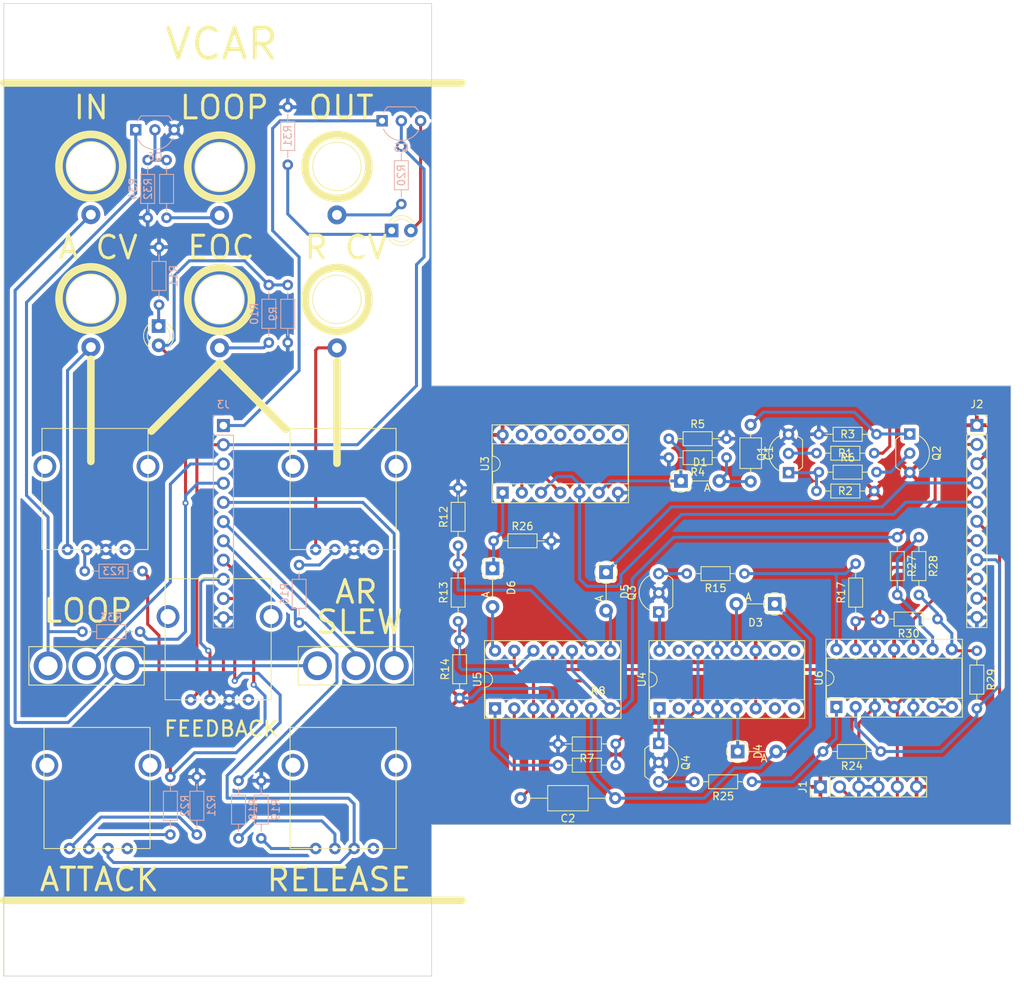
<source format=kicad_pcb>
(kicad_pcb (version 20221018) (generator pcbnew)
  (layers (0 "F.Cu" signal) (31 "B.Cu" signal) (34 "B.Paste" user) (35 "F.Paste" user) (36 "B.SilkS" user "B.Silkscreen") (37 "F.SilkS" user "F.Silkscreen") (38 "B.Mask" user) (39 "F.Mask" user) (44 "Edge.Cuts" user))
  (net 0 "")
  (net 1 "Net-(Q2-C)")
  (net 2 "Net-(D1-A)")
  (net 3 "Net-(D3-K)")
  (net 4 "OUT")
  (net 5 "Net-(D1-K)")
  (net 6 "Net-(D2-K)")
  (net 7 "EOC")
  (net 8 "Net-(D3-A)")
  (net 9 "Net-(D4-K)")
  (net 10 "Net-(D5-A)")
  (net 11 "Net-(D6-K)")
  (net 12 "Net-(D6-A)")
  (net 13 "Net-(D7-K)")
  (net 14 "Net-(D7-A)")
  (net 15 "+12V")
  (net 16 "-12V")
  (net 17 "GND")
  (net 18 "BUF_IN")
  (net 19 "FF")
  (net 20 "GOAL")
  (net 21 "VGND1")
  (net 22 "VGND2")
  (net 23 "FBO")
  (net 24 "Net-(Q1-C)")
  (net 25 "Net-(Q1-B)")
  (net 26 "Net-(Q2-B)")
  (net 27 "FCV")
  (net 28 "Net-(Q3-E)")
  (net 29 "RCV")
  (net 30 "Net-(Q4-E)")
  (net 31 "Net-(U4A-+)")
  (net 32 "Net-(R8-Pad1)")
  (net 33 "Net-(R10-Pad2)")
  (net 34 "LO")
  (net 35 "HI")
  (net 36 "Net-(R15-Pad1)")
  (net 37 "Net-(R16-Pad1)")
  (net 38 "Net-(R18-Pad1)")
  (net 39 "Net-(R19-Pad1)")
  (net 40 "Net-(R20-Pad2)")
  (net 41 "Net-(R21-Pad1)")
  (net 42 "Net-(R22-Pad1)")
  (net 43 "Net-(R23-Pad1)")
  (net 44 "Net-(R24-Pad2)")
  (net 45 "Net-(U6C--)")
  (net 46 "FBK")
  (net 47 "Net-(RV1-Pad1)")
  (net 48 "Net-(RV4-Pad1)")
  (net 49 "IN")
  (net 50 "Net-(U3-Pad2)")
  (net 63 "Net-(U6B--)")
  (net 64 "Net-(Q6-C)")
  (net 65 "Net-(Q6-B)")
  (net 66 "Net-(R32-Pad2)")
  (footprint "Package_DIP:DIP-14_W7.62mm_Socket" (layer "F.Cu") (at 207.96 112.95 90)
    (fp_text reference "U6")
    (fp_text value "TL074")
  )
  (footprint "Library:AlpsPot" (layer "F.Cu") (at 122.69 112)
    (fp_text reference "RV5" hide)
    (fp_text value "R_Potentiometer" hide)
  )
  (footprint "Connector_PinHeader_2.54mm:PinHeader_1x06_P2.54mm_Vertical" (layer "F.Cu") (at 205.84 123.5 90)
    (fp_text reference "J1")
    (fp_text value "Conn_01x06_Pin" hide)
  )
  (footprint "Library:aux_flush" (layer "F.Cu") (at 109.5 59 90)
    (fp_text reference "U9" hide)
    (fp_text value "Aux_flush")
  )
  (footprint "Resistor_THT:R_Axial_DIN0204_L3.6mm_D1.6mm_P7.62mm_Horizontal" (layer "F.Cu") (at 205.325 79.415)
    (fp_text reference "R1")
    (fp_text value "R")
  )
  (footprint "Resistor_THT:R_Axial_DIN0204_L3.6mm_D1.6mm_P7.62mm_Horizontal" (layer "F.Cu") (at 195.81 95.33 180)
    (fp_text reference "R15")
    (fp_text value "R")
  )
  (footprint "Library:aux_flush" (layer "F.Cu") (at 142 41.530351 90)
    (fp_text reference "U11" hide)
    (fp_text value "Aux_flush")
  )
  (footprint "Library:AlpsPot" (layer "F.Cu") (at 106.42 92.149)
    (fp_text reference "RV4" hide)
    (fp_text value "R_Potentiometer" hide)
  )
  (footprint "Library:AlpsPot" (layer "F.Cu") (at 106.69 131.649)
    (fp_text reference "RV3" hide)
    (fp_text value "R_Potentiometer" hide)
  )
  (footprint "Diode_THT:D_A-405_P5.08mm_Vertical_AnodeUp" (layer "F.Cu") (at 177.545 95.145 -90)
    (fp_text reference "D5")
    (fp_text value "D")
  )
  (footprint "Resistor_THT:R_Axial_DIN0204_L3.6mm_D1.6mm_P7.62mm_Horizontal" (layer "F.Cu") (at 210.5 101.64 90)
    (fp_text reference "R17")
    (fp_text value "R")
  )
  (footprint "Diode_THT:D_A-405_P5.08mm_Vertical_AnodeUp" (layer "F.Cu") (at 194.92 118.83)
    (fp_text reference "D4")
    (fp_text value "D")
  )
  (footprint "Diode_THT:D_A-405_P5.08mm_Vertical_AnodeUp" (layer "F.Cu") (at 162.545 94.645 -90)
    (fp_text reference "D6")
    (fp_text value "D")
  )
  (footprint "Resistor_THT:R_Axial_DIN0204_L3.6mm_D1.6mm_P7.62mm_Horizontal" (layer "F.Cu") (at 158.195 111.77 90)
    (fp_text reference "R14")
    (fp_text value "R")
  )
  (footprint "MountingHole:MountingHole_3.2mm_M3" (layer "F.Cu") (at 143.7132 23.0124)
    (fp_text reference "REF**" hide)
    (fp_text value "MountingHole_3.2mm_M3")
  )
  (footprint "MountingHole:MountingHole_3.2mm_M3" (layer "F.Cu") (at 143.7132 145.5928)
    (fp_text reference "REF**" hide)
    (fp_text value "MountingHole_3.2mm_M3" hide)
  )
  (footprint "Package_TO_SOT_THT:TO-92_Inline_Wide" (layer "F.Cu") (at 217.64 76.875 -90)
    (fp_text reference "Q2")
    (fp_text value "BC557")
  )
  (footprint "Resistor_THT:R_Axial_DIN0204_L3.6mm_D1.6mm_P7.62mm_Horizontal" (layer "F.Cu") (at 216 90.52 -90)
    (fp_text reference "R27")
    (fp_text value "R")
  )
  (footprint "Package_DIP:DIP-14_W7.62mm_Socket" (layer "F.Cu") (at 162.875 113.13 90)
    (fp_text reference "U5")
    (fp_text value "TL074")
  )
  (footprint "Library:aux_flush" (layer "F.Cu") (at 126.5 41.6 90)
    (fp_text reference "U12" hide)
    (fp_text value "Aux_flush")
  )
  (footprint "Library:aux_flush" (layer "F.Cu") (at 142 59.1 90)
    (fp_text reference "U8" hide)
    (fp_text value "Aux_flush")
  )
  (footprint "Library:aux_flush" (layer "F.Cu") (at 126.5 59.1 90)
    (fp_text reference "U10" hide)
    (fp_text value "Aux_flush")
  )
  (footprint "Resistor_THT:R_Axial_DIN0204_L3.6mm_D1.6mm_P7.62mm_Horizontal" (layer "F.Cu") (at 162.69 91)
    (fp_text reference "R26")
    (fp_text value "R")
  )
  (footprint "Resistor_THT:R_Axial_DIN0204_L3.6mm_D1.6mm_P7.62mm_Horizontal" (layer "F.Cu") (at 212.945 84.415 180)
    (fp_text reference "R2")
    (fp_text value "R")
  )
  (footprint "Package_DIP:DIP-16_W7.62mm_Socket" (layer "F.Cu") (at 184.6 113.13 90)
    (fp_text reference "U4")
    (fp_text value "LM13700")
  )
  (footprint "Resistor_THT:R_Axial_DIN0204_L3.6mm_D1.6mm_P7.62mm_Horizontal" (layer "F.Cu") (at 158 101.64 90)
    (fp_text reference "R13")
    (fp_text value "R")
  )
  (footprint "Capacitor_THT:C_Axial_L5.1mm_D3.1mm_P12.50mm_Horizontal" (layer "F.Cu") (at 178.75 125 180)
    (fp_text reference "C2")
    (fp_text value "C")
  )
  (footprint "Resistor_THT:R_Axial_DIN0204_L3.6mm_D1.6mm_P7.62mm_Horizontal" (layer "F.Cu") (at 218.85 90.52 -90)
    (fp_text reference "R28")
    (fp_text value "R")
  )
  (footprint "Resistor_THT:R_Axial_DIN0204_L3.6mm_D1.6mm_P7.62mm_Horizontal" (layer "F.Cu") (at 205.635 81.915)
    (fp_text reference "R6")
    (fp_text value "R")
  )
  (footprint "Library:Switch" (layer "F.Cu") (at 108.931887 110.056204)
    (fp_text reference "U7" hide)
    (fp_text value "Switch")
  )
  (footprint "Library:aux_flush" (layer "F.Cu") (at 109.5 41.5 90)
    (fp_text reference "U1" hide)
    (fp_text value "Aux_flush")
  )
  (footprint "Library:AlpsPot" (layer "F.Cu") (at 139.19 131.649)
    (fp_text reference "RV2" hide)
    (fp_text value "R_Potentiometer" hide)
  )
  (footprint "Resistor_THT:R_Axial_DIN0204_L3.6mm_D1.6mm_P7.62mm_Horizontal" (layer "F.Cu") (at 193.445 80 180)
    (fp_text reference "R4")
    (fp_text value "R")
  )
  (footprint "Library:AlpsPot" (layer "F.Cu") (at 139.19 92.149)
    (fp_text reference "RV1" hide)
    (fp_text value "R_Potentiometer" hide)
  )
  (footprint "Package_TO_SOT_THT:TO-92_Inline_Wide" (layer "F.Cu") (at 184.5 117.75 -90)
    (fp_text reference "Q4")
    (fp_text value "BC557")
  )
  (footprint "Resistor_THT:R_Axial_DIN0204_L3.6mm_D1.6mm_P7.62mm_Horizontal" (layer "F.Cu") (at 178.81 117.83 180)
    (fp_text reference "R7")
    (fp_text value "R")
  )
  (footprint "Resistor_THT:R_Axial_DIN0204_L3.6mm_D1.6mm_P7.62mm_Horizontal" (layer "F.Cu") (at 158 91.64 90)
    (fp_text reference "R12")
    (fp_text value "R")
  )
  (footprint "Resistor_THT:R_Axial_DIN0204_L3.6mm_D1.6mm_P7.62mm_Horizontal" (layer "F.Cu") (at 196.81 122.83 180)
    (fp_text reference "R25")
    (fp_text value "R")
  )
  (footprint "Resistor_THT:R_Axial_DIN0204_L3.6mm_D1.6mm_P7.62mm_Horizontal" (layer "F.Cu") (at 226.5 105.52 -90)
    (fp_text reference "R29")
    (fp_text value "R")
  )
  (footprint "Library:Switch" (layer "F.Cu") (at 144.5 110.04)
    (fp_text reference "U2" hide)
    (fp_text value "Switch")
  )
  (footprint "Resistor_THT:R_Axial_DIN0204_L3.6mm_D1.6mm_P7.62mm_Horizontal" (layer "F.Cu") (at 213.255 76.915 180)
    (fp_text reference "R3")
    (fp_text value "R")
  )
  (footprint "Capacitor_THT:C_Axial_L3.8mm_D2.6mm_P7.50mm_Horizontal" (layer "F.Cu") (at 196.635 75.665 -90)
    (fp_text reference "C1")
    (fp_text value "C")
  )
  (footprint "MountingHole:MountingHole_3.2mm_M3" (layer "F.Cu") (at 108.1532 23.0124)
    (fp_text reference "REF**" hide)
    (fp_text value "MountingHole_3.2mm_M3")
  )
  (footprint "Diode_THT:D_A-405_P5.08mm_Vertical_AnodeUp" (layer "F.Cu") (at 199.815 99.33 180)
    (fp_text reference "D3")
    (fp_text value "D")
  )
  (footprint "Resistor_THT:R_Axial_DIN0204_L3.6mm_D1.6mm_P7.62mm_Horizontal" (layer "F.Cu") (at 185.825 77.5)
    (fp_text reference "R5")
    (fp_text value "R")
  )
  (footprint "Resistor_THT:R_Axial_DIN0204_L3.6mm_D1.6mm_P7.62mm_Horizontal" (layer "F.Cu") (at 171.19 120.64)
    (fp_text reference "R8")
    (fp_text value "R")
  )
  (footprint "Diode_THT:D_A-405_P5.08mm_Vertical_AnodeUp" (layer "F.Cu") (at 187.42 83.085)
    (fp_text reference "D1")
    (fp_text value "D")
  )
  (footprint "Package_DIP:DIP-14_W7.62mm_Socket" (layer "F.Cu") (at 163.875 84.63 90)
    (fp_text reference "U3")
    (fp_text value "4001")
  )
  (footprint "Package_TO_SOT_THT:TO-92_Inline_Wide" (layer "F.Cu") (at 184.5 100.41 90)
    (fp_text reference "Q3")
    (fp_text value "BC557")
  )
  (footprint "LED_THT:LED_D3.0mm" (layer "F.Cu") (at 149.225 50)
    (fp_text reference "D7" hide)
    (fp_text value "LED")
  )
  (footprint "Package_TO_SOT_THT:TO-92_Inline_Wide" (layer "F.Cu") (at 201.635 81.995 90)
    (fp_text reference "Q1")
    (fp_text value "BC547")
  )
  (footprint "Resistor_THT:R_Axial_DIN0204_L3.6mm_D1.6mm_P7.62mm_Horizontal" (layer "F.Cu") (at 221.31 101.33 180)
    (fp_text reference "R30")
    (fp_text value "R")
  )
  (footprint "Connector_PinSocket_2.54mm:PinSocket_1x11_P2.54mm_Vertical" (layer "F.Cu") (at 226.5 75.72)
    (fp_text reference "J2")
    (fp_text value "Conn_01x11_Pin")
  )
  (footprint "Resistor_THT:R_Axial_DIN0204_L3.6mm_D1.6mm_P7.62mm_Horizontal" (layer "F.Cu") (at 213.81 118.83 180)
    (fp_text reference "R24")
    (fp_text value "R")
  )
  (footprint "MountingHole:MountingHole_3.2mm_M3" (layer "F.Cu") (at 108.1532 145.6)
    (fp_text reference "REF**" hide)
    (fp_text value "MountingHole_3.2mm_M3")
  )
  (footprint "LED_THT:LED_D3.0mm" (layer "F.Cu") (at 118.45 62.62 -90)
    (fp_text reference "D2" hide)
    (fp_text value "LED")
  )
  (footprint "Resistor_THT:R_Axial_DIN0204_L3.6mm_D1.6mm_P7.62mm_Horizontal" (layer "B.Cu") (at 132 130.31 90)
    (fp_text reference "R19")
    (fp_text value "R")
  )
  (footprint "Resistor_THT:R_Axial_DIN0204_L3.6mm_D1.6mm_P7.62mm_Horizontal" (layer "B.Cu") (at 108.69 95)
    (fp_text reference "R23")
    (fp_text value "R")
  )
  (footprint "Package_TO_SOT_THT:TO-92_Inline_Wide" (layer "B.Cu") (at 147.96 35.5)
    (fp_text reference "Q5")
    (fp_text value "BC547")
  )
  (footprint "Resistor_THT:R_Axial_DIN0204_L3.6mm_D1.6mm_P7.62mm_Horizontal" (layer "B.Cu") (at 133 57.19 -90)
    (fp_text reference "R10")
    (fp_text value "R")
  )
  (footprint "Resistor_THT:R_Axial_DIN0204_L3.6mm_D1.6mm_P7.62mm_Horizontal" (layer "B.Cu") (at 120 129.81 90)
    (fp_text reference "R22")
    (fp_text value "R")
  )
  (footprint "Package_TO_SOT_THT:TO-92_Inline_Wide" (layer "B.Cu") (at 115.425 36.69)
    (fp_text reference "Q6")
    (fp_text value "BC547")
  )
  (footprint "Resistor_THT:R_Axial_DIN0204_L3.6mm_D1.6mm_P7.62mm_Horizontal" (layer "B.Cu") (at 123.5 129.81 90)
    (fp_text reference "R21")
    (fp_text value "R")
  )
  (footprint "Resistor_THT:R_Axial_DIN0204_L3.6mm_D1.6mm_P7.62mm_Horizontal" (layer "B.Cu") (at 118.5 59.81 90)
    (fp_text reference "R11")
    (fp_text value "R")
  )
  (footprint "Resistor_THT:R_Axial_DIN0204_L3.6mm_D1.6mm_P7.62mm_Horizontal" (layer "B.Cu") (at 117 40.69 -90)
    (fp_text reference "R34")
    (fp_text value "R")
  )
  (footprint "Connector_PinSocket_2.54mm:PinSocket_1x11_P2.54mm_Vertical" (layer "B.Cu") (at 127 75.76 180)
    (fp_text reference "J3")
    (fp_text value "Conn_01x11_Pin")
  )
  (footprint "Resistor_THT:R_Axial_DIN0204_L3.6mm_D1.6mm_P7.62mm_Horizontal" (layer "B.Cu") (at 135.5 41.31 90)
    (fp_text reference "R31")
    (fp_text value "R")
  )
  (footprint "Resistor_THT:R_Axial_DIN0204_L3.6mm_D1.6mm_P7.62mm_Horizontal" (layer "B.Cu") (at 135.5 57.19 -90)
    (fp_text reference "R9")
    (fp_text value "R")
  )
  (footprint "Resistor_THT:R_Axial_DIN0204_L3.6mm_D1.6mm_P7.62mm_Horizontal" (layer "B.Cu") (at 129 130.31 90)
    (fp_text reference "R18")
    (fp_text value "R")
  )
  (footprint "Resistor_THT:R_Axial_DIN0204_L3.6mm_D1.6mm_P7.62mm_Horizontal" (layer "B.Cu") (at 137 94.19 -90)
    (fp_text reference "R16")
    (fp_text value "R")
  )
  (footprint "Resistor_THT:R_Axial_DIN0204_L3.6mm_D1.6mm_P7.62mm_Horizontal" (layer "B.Cu") (at 150.5 38.88 -90)
    (fp_text reference "R20")
    (fp_text value "R")
  )
  (footprint "Resistor_THT:R_Axial_DIN0204_L3.6mm_D1.6mm_P7.62mm_Horizontal" (layer "B.Cu") (at 116 103 180)
    (fp_text reference "R33")
    (fp_text value "R")
  )
  (footprint "Resistor_THT:R_Axial_DIN0204_L3.6mm_D1.6mm_P7.62mm_Horizontal" (layer "B.Cu") (at 119.5 40.69 -90)
    (fp_text reference "R32")
    (fp_text value "R")
  )
  (gr_line (start 158.5 30.5) (end 98 30.5) (stroke (width 1)) (layer "F.SilkS"))
  (gr_line (start 109.5 67) (end 109.5 80.5) (stroke (width 1)) (layer "F.SilkS"))
  (gr_line (start 142 67.25) (end 142 80.75) (stroke (width 1)) (layer "F.SilkS"))
  (gr_line (start 126.5 67.5) (end 117.5 76.5) (stroke (width 1)) (layer "F.SilkS"))
  (gr_line (start 126.5 67.5) (end 135.25 76.25) (stroke (width 1)) (layer "F.SilkS"))
  (gr_line (start 98 138.5) (end 158.5 138.5) (stroke (width 1)) (layer "F.SilkS"))
  (gr_line (start 98 148.5) (end 98 138.5) (stroke (width 0.15)) (layer "F.SilkS"))
  (gr_line (start 154.5 148.5) (end 98 148.5) (stroke (width 0.1)) (layer "Edge.Cuts"))
  (gr_line (start 154.5 70.5) (end 231 70.5) (stroke (width 0.1)) (layer "Edge.Cuts"))
  (gr_line (start 154.5 128.5) (end 154.5 148.5) (stroke (width 0.1)) (layer "Edge.Cuts"))
  (gr_line (start 154.5 20) (end 154.5 70.5) (stroke (width 0.1)) (layer "Edge.Cuts"))
  (gr_line (start 231 128.5) (end 154.5 128.5) (stroke (width 0.1)) (layer "Edge.Cuts"))
  (gr_line (start 231 70.5) (end 231 128.5) (stroke (width 0.1)) (layer "Edge.Cuts"))
  (gr_line (start 98 148.5) (end 98 20) (stroke (width 0.1)) (layer "Edge.Cuts"))
  (gr_line (start 98 20) (end 154.5 20) (stroke (width 0.1)) (layer "Edge.Cuts"))
  (gr_text "VCAR" (at 119 27.7) (layer "F.SilkS") (effects (font (size 4 4) (thickness 0.5)) (justify left bottom)))
  (gr_text "IN\n" (at 107 35.5) (layer "F.SilkS") (effects (font (size 3 3) (thickness 0.4)) (justify left bottom)))
  (gr_text "SLEW" (at 139 103.5) (layer "F.SilkS") (effects (font (size 3 3) (thickness 0.4)) (justify left bottom)))
  (gr_text "EOC\n" (at 122 54) (layer "F.SilkS") (effects (font (size 3 3) (thickness 0.4)) (justify left bottom)))
  (gr_text "ATTACK" (at 102.5 137.5) (layer "F.SilkS") (effects (font (size 3 3) (thickness 0.4)) (justify left bottom)))
  (gr_text "RELEASE" (at 132.5 137.5) (layer "F.SilkS") (effects (font (size 3 3) (thickness 0.4)) (justify left bottom)))
  (gr_text "LOOP" (at 121 35.5) (layer "F.SilkS") (effects (font (size 3 3) (thickness 0.4)) (justify left bottom)))
  (gr_text "FEEDBACK" (at 119 117) (layer "F.SilkS") (effects (font (size 2 2) (thickness 0.3)) (justify left bottom)))
  (gr_text "OUT" (at 138 35.5) (layer "F.SilkS") (effects (font (size 3 3) (thickness 0.4)) (justify left bottom)))
  (gr_text "AR" (at 141.5 99.5) (layer "F.SilkS") (effects (font (size 3 3) (thickness 0.4)) (justify left bottom)))
  (gr_text "LOOP" (at 103 102) (layer "F.SilkS") (effects (font (size 3 3) (thickness 0.4)) (justify left bottom)))
  (gr_text "A CV" (at 105 54) (layer "F.SilkS") (effects (font (size 3 3) (thickness 0.4)) (justify left bottom)))
  (gr_text "R CV" (at 137.5 54) (layer "F.SilkS") (effects (font (size 3 3) (thickness 0.4)) (justify left bottom)))
  (segment (start 210.34 74) (end 213.255 76.915) (width 0.4) (layer "B.Cu") (net 1))
  (segment (start 217.64 76.875) (end 213.295 76.875) (width 0.4) (layer "B.Cu") (net 1))
  (segment (start 198.3 74) (end 210.34 74) (width 0.4) (layer "B.Cu") (net 1))
  (segment (start 196.635 75.665) (end 198.3 74) (width 0.4) (layer "B.Cu") (net 1))
  (segment (start 213.295 76.875) (end 213.255 76.915) (width 0.4) (layer "B.Cu") (net 1))
  (segment (start 193.445 82.14) (end 192.5 83.085) (width 0.4) (layer "B.Cu") (net 2))
  (segment (start 192.58 83.165) (end 192.5 83.085) (width 0.4) (layer "B.Cu") (net 2))
  (segment (start 193.445 80) (end 193.445 82.14) (width 0.4) (layer "B.Cu") (net 2))
  (segment (start 196.635 83.165) (end 192.58 83.165) (width 0.4) (layer "B.Cu") (net 2))
  (segment (start 200 118.83) (end 201.17 118.83) (width 0.4) (layer "B.Cu") (net 3))
  (segment (start 190.5 125) (end 194.5 121) (width 0.4) (layer "B.Cu") (net 3))
  (segment (start 204.5 115.5) (end 204.5 104.015) (width 0.4) (layer "B.Cu") (net 3))
  (segment (start 175.575 121.575) (end 175.575 113.13) (width 0.4) (layer "B.Cu") (net 3))
  (segment (start 178.75 125) (end 190.5 125) (width 0.4) (layer "B.Cu") (net 3))
  (segment (start 204.5 104.015) (end 199.815 99.33) (width 0.4) (layer "B.Cu") (net 3))
  (segment (start 178.75 125) (end 176 122.25) (width 0.4) (layer "B.Cu") (net 3))
  (segment (start 176 122.25) (end 176 122) (width 0.4) (layer "B.Cu") (net 3))
  (segment (start 176 122) (end 175.575 121.575) (width 0.4) (layer "B.Cu") (net 3))
  (segment (start 201.17 118.83) (end 204.5 115.5) (width 0.4) (layer "B.Cu") (net 3))
  (segment (start 194.5 121) (end 197.83 121) (width 0.4) (layer "B.Cu") (net 3))
  (segment (start 197.83 121) (end 200 118.83) (width 0.4) (layer "B.Cu") (net 3))
  (segment (start 167.955 113.13) (end 167.955 123.295) (width 0.4) (layer "F.Cu") (net 4))
  (segment (start 221 85.52) (end 216 90.52) (width 0.4) (layer "F.Cu") (net 4))
  (segment (start 123.5 111.19) (end 123.5 78.5) (width 0.4) (layer "F.Cu") (net 4))
  (segment (start 122.69 112) (end 123.5 111.19) (width 0.4) (layer "F.Cu") (net 4))
  (segment (start 168 109.5) (end 173 109.5) (width 0.4) (layer "F.Cu") (net 4))
  (segment (start 167.5 109.5) (end 168 109.5) (width 0.4) (layer "F.Cu") (net 4))
  (segment (start 221 80.5) (end 221 85.52) (width 0.4) (layer "F.Cu") (net 4))
  (segment (start 167.955 113.13) (end 167.955 109.545) (width 0.4) (layer "F.Cu") (net 4))
  (segment (start 173 109.5) (end 174.485 109.5) (width 0.4) (layer "F.Cu") (net 4))
  (segment (start 167.955 109.545) (end 168 109.5) (width 0.4) (layer "F.Cu") (net 4))
  (segment (start 123.5 78.5) (end 123.7 78.3) (width 0.4) (layer "F.Cu") (net 4))
  (segment (start 165.415 105.51) (end 165.415 107.415) (width 0.4) (layer "F.Cu") (net 4))
  (segment (start 167.955 123.295) (end 166.25 125) (width 0.4) (layer "F.Cu") (net 4))
  (segment (start 123.7 78.3) (end 127 78.3) (width 0.4) (layer "F.Cu") (net 4))
  (segment (start 226.5 78.26) (end 223.24 78.26) (width 0.4) (layer "F.Cu") (net 4))
  (segment (start 174.485 109.5) (end 178.115 113.13) (width 0.4) (layer "F.Cu") (net 4))
  (segment (start 165.415 107.415) (end 167.5 109.5) (width 0.4) (layer "F.Cu") (net 4))
  (segment (start 223.24 78.26) (end 221 80.5) (width 0.4) (layer "F.Cu") (net 4))
  (segment (start 173.035 105.51) (end 173.035 108.05) (width 0.4) (layer "B.Cu") (net 4))
  (segment (start 152.5 54.5) (end 153.5 53.5) (width 0.4) (layer "B.Cu") (net 4))
  (segment (start 181 112) (end 181 96) (width 0.4) (layer "B.Cu") (net 4))
  (segment (start 178.115 113.13) (end 179.87 113.13) (width 0.4) (layer "B.Cu") (net 4))
  (segment (start 153.5 41.88) (end 150.5 38.88) (width 0.4) (layer "B.Cu") (net 4))
  (segment (start 186.48 90.52) (end 216 90.52) (width 0.4) (layer "B.Cu") (net 4))
  (segment (start 173.035 108.05) (end 178.115 113.13) (width 0.4) (layer "B.Cu") (net 4))
  (segment (start 144.7 78.3) (end 152.5 70.5) (width 0.4) (layer "B.Cu") (net 4))
  (segment (start 153.5 53.5) (end 153.5 41.88) (width 0.4) (layer "B.Cu") (net 4))
  (segment (start 181 96) (end 186.48 90.52) (width 0.4) (layer "B.Cu") (net 4))
  (segment (start 179.87 113.13) (end 181 112) (width 0.4) (layer "B.Cu") (net 4))
  (segment (start 152.5 70.5) (end 152.5 54.5) (width 0.4) (layer "B.Cu") (net 4))
  (segment (start 127 78.3) (end 144.7 78.3) (width 0.4) (layer "B.Cu") (net 4))
  (segment (start 150.5 38.88) (end 150.5 35.5) (width 0.4) (layer "B.Cu") (net 4))
  (segment (start 178.12 83.085) (end 187.42 83.085) (width 0.4) (layer "B.Cu") (net 5))
  (segment (start 187.42 83.085) (end 187.42 79.095) (width 0.4) (layer "B.Cu") (net 5))
  (segment (start 187.42 79.095) (end 185.825 77.5) (width 0.4) (layer "B.Cu") (net 5))
  (segment (start 176.575 84.63) (end 178.12 83.085) (width 0.4) (layer "B.Cu") (net 5))
  (segment (start 118.45 62.62) (end 118.45 59.86) (width 0.4) (layer "B.Cu") (net 6))
  (segment (start 118.45 59.86) (end 118.5 59.81) (width 0.4) (layer "B.Cu") (net 6))
  (segment (start 122 68.71) (end 118.45 65.16) (width 0.4) (layer "F.Cu") (net 7))
  (segment (start 122 86) (end 122 68.71) (width 0.4) (layer "F.Cu") (net 7))
  (via (at 122 86) (size 0.8) (drill 0.4) (layers "F.Cu" "B.Cu") (net 7))
  (segment (start 117 104) (end 121 104) (width 0.4) (layer "B.Cu") (net 7))
  (segment (start 123.62 83.38) (end 127 83.38) (width 0.4) (layer "B.Cu") (net 7))
  (segment (start 119.84 65.16) (end 120.5 64.5) (width 0.4) (layer "B.Cu") (net 7))
  (segment (start 121 104) (end 122 103) (width 0.4) (layer "B.Cu") (net 7))
  (segment (start 116 103) (end 117 104) (width 0.4) (layer "B.Cu") (net 7))
  (segment (start 120.5 64.5) (end 120.5 56) (width 0.4) (layer "B.Cu") (net 7))
  (segment (start 217.16 83.34) (end 214 86.5) (width 0.4) (layer "B.Cu") (net 7))
  (segment (start 122 85) (end 123.62 83.38) (width 0.4) (layer "B.Cu") (net 7))
  (segment (start 214 86.5) (end 186.19 86.5) (width 0.4) (layer "B.Cu") (net 7))
  (segment (start 118.45 65.16) (end 119.84 65.16) (width 0.4) (layer "B.Cu") (net 7))
  (segment (start 129.81 54) (end 133 57.19) (width 0.4) (layer "B.Cu") (net 7))
  (segment (start 135.5 57.19) (end 133 57.19) (width 0.4) (layer "B.Cu") (net 7))
  (segment (start 122.5 54) (end 129.81 54) (width 0.4) (layer "B.Cu") (net 7))
  (segment (start 122 86) (end 122 85) (width 0.4) (layer "B.Cu") (net 7))
  (segment (start 226.5 83.34) (end 217.16 83.34) (width 0.4) (layer "B.Cu") (net 7))
  (segment (start 186.19 86.5) (end 177.545 95.145) (width 0.4) (layer "B.Cu") (net 7))
  (segment (start 120.5 56) (end 122.5 54) (width 0.4) (layer "B.Cu") (net 7))
  (segment (start 122 103) (end 122 86) (width 0.4) (layer "B.Cu") (net 7))
  (segment (start 194.76 105.51) (end 194.76 99.355) (width 0.4) (layer "B.Cu") (net 8))
  (segment (start 194.76 99.355) (end 194.735 99.33) (width 0.4) (layer "B.Cu") (net 8))
  (segment (start 194.92 113.29) (end 194.76 113.13) (width 0.4) (layer "B.Cu") (net 9))
  (segment (start 194.92 118.83) (end 194.92 113.29) (width 0.4) (layer "B.Cu") (net 9))
  (segment (start 178.115 100.795) (end 177.545 100.225) (width 0.4) (layer "B.Cu") (net 10))
  (segment (start 178.115 105.51) (end 178.115 100.795) (width 0.4) (layer "B.Cu") (net 10))
  (segment (start 162.69 94.5) (end 162.69 91) (width 0.4) (layer "B.Cu") (net 11))
  (segment (start 163.875 89.815) (end 163.875 84.63) (width 0.4) (layer "B.Cu") (net 11))
  (segment (start 162.69 91) (end 163.875 89.815) (width 0.4) (layer "B.Cu") (net 11))
  (segment (start 162.545 94.645) (end 162.69 94.5) (width 0.4) (layer "B.Cu") (net 11))
  (segment (start 162.545 99.725) (end 162.545 105.18) (width 0.4) (layer "B.Cu") (net 12))
  (segment (start 162.545 105.18) (end 162.875 105.51) (width 0.4) (layer "B.Cu") (net 12))
  (segment (start 148.725 50.5) (end 149.225 50) (width 0.4) (layer "B.Cu") (net 13))
  (segment (start 138.19 50.5) (end 148.725 50.5) (width 0.4) (layer "B.Cu") (net 13))
  (segment (start 135.5 41.31) (end 135.5 47.81) (width 0.4) (layer "B.Cu") (net 13))
  (segment (start 135.5 47.81) (end 138.19 50.5) (width 0.4) (layer "B.Cu") (net 13))
  (segment (start 153.04 35.5) (end 153.04 48.725) (width 0.4) (layer "F.Cu") (net 14))
  (segment (start 153.04 48.725) (end 151.765 50) (width 0.4) (layer "F.Cu") (net 14))
  (segment (start 137 68.5) (end 129.74 75.76) (width 0.4) (layer "B.Cu") (net 15))
  (segment (start 147.96 35.5) (end 134.5 35.5) (width 0.4) (layer "B.Cu") (net 15))
  (segment (start 134.5 35.5) (end 133.5 36.5) (width 0.4) (layer "B.Cu") (net 15))
  (segment (start 129.74 75.76) (end 127 75.76) (width 0.4) (layer "B.Cu") (net 15))
  (segment (start 159.73 111.77) (end 161 110.5) (width 0.4) (layer "B.Cu") (net 15))
  (segment (start 133.5 36.5) (end 133.5 50) (width 0.4) (layer "B.Cu") (net 15))
  (segment (start 170.495 113.13) (end 170.495 110.995) (width 0.4) (layer "B.Cu") (net 15))
  (segment (start 158.195 111.77) (end 159.73 111.77) (width 0.4) (layer "B.Cu") (net 15))
  (segment (start 170.495 110.995) (end 170 110.5) (width 0.4) (layer "B.Cu") (net 15))
  (segment (start 133.5 50) (end 137 53.5) (width 0.4) (layer "B.Cu") (net 15))
  (segment (start 137 53.5) (end 137 68.5) (width 0.4) (layer "B.Cu") (net 15))
  (segment (start 170 110.5) (end 161 110.5) (width 0.4) (layer "B.Cu") (net 15))
  (segment (start 171.5 108) (end 197.5 108) (width 0.4) (layer "F.Cu") (net 16))
  (segment (start 216 123.5) (end 216 125.5) (width 0.4) (layer "F.Cu") (net 16))
  (segment (start 170.495 105.51) (end 170.495 106.995) (width 0.4) (layer "F.Cu") (net 16))
  (segment (start 216 125.5) (end 210.38 125.5) (width 0.4) (layer "F.Cu") (net 16))
  (segment (start 227.58 98.58) (end 228.5 99.5) (width 0.4) (layer "F.Cu") (net 16))
  (segment (start 228.5 99.5) (end 228.5 106.5) (width 0.4) (layer "F.Cu") (net 16))
  (segment (start 218.53 110) (end 215.58 112.95) (width 0.4) (layer "F.Cu") (net 16))
  (segment (start 197.3 108.2) (end 197.5 108) (width 0.4) (layer "F.Cu") (net 16))
  (segment (start 128.5 104) (end 129.5 103) (width 0.4) (layer "F.Cu") (net 16))
  (segment (start 210.63 108) (end 215.58 112.95) (width 0.4) (layer "F.Cu") (net 16))
  (segment (start 225 110) (end 218.53 110) (width 0.4) (layer "F.Cu") (net 16))
  (segment (start 210.38 125.5) (end 208.38 123.5) (width 0.4) (layer "F.Cu") (net 16))
  (segment (start 197.5 108) (end 210.63 108) (width 0.4) (layer "F.Cu") (net 16))
  (segment (start 228.5 106.5) (end 225 110) (width 0.4) (layer "F.Cu") (net 16))
  (segment (start 226.5 98.58) (end 227.58 98.58) (width 0.4) (layer "F.Cu") (net 16))
  (segment (start 129.5 99.5) (end 128.62 98.62) (width 0.4) (layer "F.Cu") (net 16))
  (segment (start 128.5 109.5) (end 128.5 104) (width 0.4) (layer "F.Cu") (net 16))
  (segment (start 129.5 103) (end 129.5 99.5) (width 0.4) (layer "F.Cu") (net 16))
  (segment (start 216 123.5) (end 216 113.37) (width 0.4) (layer "F.Cu") (net 16))
  (segment (start 170.495 106.995) (end 171.5 108) (width 0.4) (layer "F.Cu") (net 16))
  (segment (start 197.3 113.13) (end 197.3 108.2) (width 0.4) (layer "F.Cu") (net 16))
  (segment (start 128.62 98.62) (end 127 98.62) (width 0.4) (layer "F.Cu") (net 16))
  (segment (start 216 113.37) (end 215.58 112.95) (width 0.4) (layer "F.Cu") (net 16))
  (via (at 128.5 109.5) (size 0.8) (drill 0.4) (layers "F.Cu" "B.Cu") (net 16))
  (segment (start 127.5 125) (end 143.5 125) (width 0.4) (layer "B.Cu") (net 16))
  (segment (start 111.77 132.77) (end 112.5 133.5) (width 0.4) (layer "B.Cu") (net 16))
  (segment (start 142.419 133.5) (end 144.27 131.649) (width 0.4) (layer "B.Cu") (net 16))
  (segment (start 112.5 133.5) (end 142.419 133.5) (width 0.4) (layer "B.Cu") (net 16))
  (segment (start 144.27 125.77) (end 144.27 131.649) (width 0.4) (layer "B.Cu") (net 16))
  (segment (start 111.77 131.649) (end 111.77 132.77) (width 0.4) (layer "B.Cu") (net 16))
  (segment (start 143.5 125) (end 144.27 125.77) (width 0.4) (layer "B.Cu") (net 16))
  (segment (start 134.5 115) (end 127.5 122) (width 0.4) (layer "B.Cu") (net 16))
  (segment (start 127.5 122) (end 127.5 125) (width 0.4) (layer "B.Cu") (net 16))
  (segment (start 128.5 109.5) (end 129.5 108.5) (width 0.4) (layer "B.Cu") (net 16))
  (segment (start 131.631371 108.5) (end 134.5 111.368629) (width 0.4) (layer "B.Cu") (net 16))
  (segment (start 129.5 108.5) (end 131.631371 108.5) (width 0.4) (layer "B.Cu") (net 16))
  (segment (start 134.5 111.368629) (end 134.5 115) (width 0.4) (layer "B.Cu") (net 16))
  (segment (start 127 111.23) (end 127.77 112) (width 0.4) (layer "F.Cu") (net 17))
  (segment (start 127 101.16) (end 127 111.23) (width 0.4) (layer "F.Cu") (net 17))
  (segment (start 210.92 123.5) (end 210.92 115.07) (width 0.4) (layer "F.Cu") (net 17))
  (segment (start 210.92 115.07) (end 213.04 112.95) (width 0.4) (layer "F.Cu") (net 17))
  (segment (start 229.5 77.8) (end 226.5 80.8) (width 0.4) (layer "F.Cu") (net 18))
  (segment (start 215 78.5) (end 215 75.5) (width 0.4) (layer "F.Cu") (net 18))
  (segment (start 228.5 72.5) (end 229.5 73.5) (width 0.4) (layer "F.Cu") (net 18))
  (segment (start 214.085 79.415) (end 215 78.5) (width 0.4) (layer "F.Cu") (net 18))
  (segment (start 215 75.5) (end 218 72.5) (width 0.4) (layer "F.Cu") (net 18))
  (segment (start 218 72.5) (end 228.5 72.5) (width 0.4) (layer "F.Cu") (net 18))
  (segment (start 212.945 79.415) (end 214.085 79.415) (width 0.4) (layer "F.Cu") (net 18))
  (segment (start 229.5 73.5) (end 229.5 77.8) (width 0.4) (layer "F.Cu") (net 18))
  (segment (start 122.66 80.84) (end 127 80.84) (width 0.4) (layer "B.Cu") (net 18))
  (segment (start 120 83.5) (end 122.66 80.84) (width 0.4) (layer "B.Cu") (net 18))
  (segment (start 120 96.448091) (end 120 83.5) (width 0.4) (layer "B.Cu") (net 18))
  (segment (start 108.931887 107.516204) (end 120 96.448091) (width 0.4) (layer "B.Cu") (net 18))
  (segment (start 174.035 84.63) (end 174.035 83.535) (width 0.4) (layer "B.Cu") (net 19))
  (segment (start 217.12 85.88) (end 226.5 85.88) (width 0.4) (layer "B.Cu") (net 19))
  (segment (start 127 85.92) (end 145.42 85.92) (width 0.4) (layer "B.Cu") (net 19))
  (segment (start 174.035 96.035) (end 175 97) (width 0.4) (layer "B.Cu") (net 19))
  (segment (start 174.035 83.535) (end 173 82.5) (width 0.4) (layer "B.Cu") (net 19))
  (segment (start 174.035 84.63) (end 174.035 96.035) (width 0.4) (layer "B.Cu") (net 19))
  (segment (start 179 97) (end 179.5 96.5) (width 0.4) (layer "B.Cu") (net 19))
  (segment (start 215.5 87.5) (end 217.12 85.88) (width 0.4) (layer "B.Cu") (net 19))
  (segment (start 179.5 96.5) (end 179.5 95.5) (width 0.4) (layer "B.Cu") (net 19))
  (segment (start 173 82.5) (end 171.085 82.5) (width 0.4) (layer "B.Cu") (net 19))
  (segment (start 187.5 87.5) (end 215.5 87.5) (width 0.4) (layer "B.Cu") (net 19))
  (segment (start 171.085 82.5) (end 168.955 84.63) (width 0.4) (layer "B.Cu") (net 19))
  (segment (start 145.42 85.92) (end 149.568113 90.068113) (width 0.4) (layer "B.Cu") (net 19))
  (segment (start 175 97) (end 179 97) (width 0.4) (layer "B.Cu") (net 19))
  (segment (start 149.568113 90.068113) (end 149.568113 107.483796) (width 0.4) (layer "B.Cu") (net 19))
  (segment (start 179.5 95.5) (end 187.5 87.5) (width 0.4) (layer "B.Cu") (net 19))
  (segment (start 165 127.5) (end 219.5 127.5) (width 0.4) (layer "F.Cu") (net 20))
  (segment (start 165.415 122.085) (end 163.5 124) (width 0.4) (layer "F.Cu") (net 20))
  (segment (start 229.5 91.42) (end 226.5 88.42) (width 0.4) (layer "F.Cu") (net 20))
  (segment (start 219.5 127.5) (end 229.5 117.5) (width 0.4) (layer "F.Cu") (net 20))
  (segment (start 163.5 126) (end 165 127.5) (width 0.4) (layer "F.Cu") (net 20))
  (segment (start 165.415 113.13) (end 165.415 122.085) (width 0.4) (layer "F.Cu") (net 20))
  (segment (start 229.5 117.5) (end 229.5 91.42) (width 0.4) (layer "F.Cu") (net 20))
  (segment (start 163.5 124) (end 163.5 126) (width 0.4) (layer "F.Cu") (net 20))
  (segment (start 144.5 105.96) (end 127 88.46) (width 0.4) (layer "B.Cu") (net 20))
  (segment (start 144.5 107.5) (end 144.5 105.96) (width 0.4) (layer "B.Cu") (net 20))
  (segment (start 213.69 101.33) (end 210.81 101.33) (width 0.4) (layer "F.Cu") (net 21))
  (segment (start 215.5 94.5) (end 220 94.5) (width 0.4) (layer "F.Cu") (net 21))
  (segment (start 210.5 105.33) (end 210.5 101.64) (width 0.4) (layer "F.Cu") (net 21))
  (segment (start 210.81 101.33) (end 210.5 101.64) (width 0.4) (layer "F.Cu") (net 21))
  (segment (start 213.69 101.33) (end 213.69 96.31) (width 0.4) (layer "F.Cu") (net 21))
  (segment (start 223.54 90.96) (end 226.5 90.96) (width 0.4) (layer "F.Cu") (net 21))
  (segment (start 213.69 96.31) (end 215.5 94.5) (width 0.4) (layer "F.Cu") (net 21))
  (segment (start 220 94.5) (end 223.54 90.96) (width 0.4) (layer "F.Cu") (net 21))
  (segment (start 142 106) (end 142 109.69) (width 0.4) (layer "B.Cu") (net 21))
  (segment (start 136.5 100) (end 136 100) (width 0.4) (layer "B.Cu") (net 21))
  (segment (start 136.5 101.31) (end 136.5 100) (width 0.4) (layer "B.Cu") (net 21))
  (segment (start 142 109.69) (end 129 122.69) (width 0.4) (layer "B.Cu") (net 21))
  (segment (start 137 101.81) (end 137.81 101.81) (width 0.4) (layer "B.Cu") (net 21))
  (segment (start 137 101.81) (end 136.5 101.31) (width 0.4) (layer "B.Cu") (net 21))
  (segment (start 136 100) (end 127 91) (width 0.4) (layer "B.Cu") (net 21))
  (segment (start 137.81 101.81) (end 142 106) (width 0.4) (layer "B.Cu") (net 21))
  (segment (start 131 110) (end 131 97.54) (width 0.4) (layer "F.Cu") (net 22))
  (segment (start 117 95.69) (end 117 102) (width 0.4) (layer "F.Cu") (net 22))
  (segment (start 116.31 95) (end 117 95.69) (width 0.4) (layer "F.Cu") (net 22))
  (segment (start 118.5 103.5) (end 118.5 117) (width 0.4) (layer "F.Cu") (net 22))
  (segment (start 131 97.54) (end 127 93.54) (width 0.4) (layer "F.Cu") (net 22))
  (segment (start 120 118.5) (end 120 122.19) (width 0.4) (layer "F.Cu") (net 22))
  (segment (start 117 102) (end 118.5 103.5) (width 0.4) (layer "F.Cu") (net 22))
  (segment (start 118.5 117) (end 120 118.5) (width 0.4) (layer "F.Cu") (net 22))
  (via (at 131 110) (size 0.8) (drill 0.4) (layers "F.Cu" "B.Cu") (net 22))
  (segment (start 229.5 110.14) (end 229.5 94) (width 0.4) (layer "B.Cu") (net 22))
  (segment (start 123.19 119) (end 120 122.19) (width 0.4) (layer "B.Cu") (net 22))
  (segment (start 132.5 115.19) (end 128.69 119) (width 0.4) (layer "B.Cu") (net 22))
  (segment (start 229 93.5) (end 226.5 93.5) (width 0.4) (layer "B.Cu") (net 22))
  (segment (start 226.5 113.14) (end 229.5 110.14) (width 0.4) (layer "B.Cu") (net 22))
  (segment (start 131 110) (end 132.5 111.5) (width 0.4) (layer "B.Cu") (net 22))
  (segment (start 213.81 118.83) (end 210.5 115.52) (width 0.4) (layer "B.Cu") (net 22))
  (segment (start 226.5 114.14) (end 226.5 113.14) (width 0.4) (layer "B.Cu") (net 22))
  (segment (start 210.5 115.52) (end 210.5 112.95) (width 0.4) (layer "B.Cu") (net 22))
  (segment (start 213.81 118.83) (end 221.81 118.83) (width 0.4) (layer "B.Cu") (net 22))
  (segment (start 221.81 118.83) (end 226.5 114.14) (width 0.4) (layer "B.Cu") (net 22))
  (segment (start 128.69 119) (end 123.19 119) (width 0.4) (layer "B.Cu") (net 22))
  (segment (start 229.5 94) (end 229 93.5) (width 0.4) (layer "B.Cu") (net 22))
  (segment (start 132.5 111.5) (end 132.5 115.19) (width 0.4) (layer "B.Cu") (net 22))
  (segment (start 226.5 96.04) (end 223.46 96.04) (width 0.4) (layer "F.Cu") (net 23))
  (segment (start 223.46 96.04) (end 218.12 101.38) (width 0.4) (layer "F.Cu") (net 23))
  (segment (start 218.12 101.38) (end 218.12 105.33) (width 0.4) (layer "F.Cu") (net 23))
  (segment (start 125.23 105.73) (end 125 105.5) (width 0.4) (layer "F.Cu") (net 23))
  (segment (start 125.23 112) (end 125.23 105.73) (width 0.4) (layer "F.Cu") (net 23))
  (via (at 125 105.5) (size 0.8) (drill 0.4) (layers "F.Cu" "B.Cu") (net 23))
  (segment (start 127 96.08) (end 124.42 96.08) (width 0.4) (layer "B.Cu") (net 23))
  (segment (start 124 104.5) (end 125 105.5) (width 0.4) (layer "B.Cu") (net 23))
  (segment (start 124.42 96.08) (end 124 96.5) (width 0.4) (layer "B.Cu") (net 23))
  (segment (start 124 96.5) (end 124 104.5) (width 0.4) (layer "B.Cu") (net 23))
  (segment (start 205.325 82.225) (end 205.635 81.915) (width 0.4) (layer "B.Cu") (net 24))
  (segment (start 205.325 84.415) (end 205.325 82.225) (width 0.4) (layer "B.Cu") (net 24))
  (segment (start 201.635 81.995) (end 205.555 81.995) (width 0.4) (layer "B.Cu") (net 24))
  (segment (start 205.555 81.995) (end 205.635 81.915) (width 0.4) (layer "B.Cu") (net 24))
  (segment (start 205.325 79.415) (end 201.675 79.415) (width 0.4) (layer "B.Cu") (net 25))
  (segment (start 201.675 79.415) (end 201.635 79.455) (width 0.4) (layer "B.Cu") (net 25))
  (segment (start 213.255 81.915) (end 215.14 81.915) (width 0.4) (layer "B.Cu") (net 26))
  (segment (start 215.14 81.915) (end 217.64 79.415) (width 0.4) (layer "B.Cu") (net 26))
  (segment (start 184.6 100.51) (end 184.5 100.41) (width 0.4) (layer "B.Cu") (net 27))
  (segment (start 184.6 105.51) (end 184.6 100.51) (width 0.4) (layer "B.Cu") (net 27))
  (segment (start 188.19 95.33) (end 184.5 95.33) (width 0.4) (layer "B.Cu") (net 28))
  (segment (start 184.5 117.75) (end 184.5 113.23) (width 0.4) (layer "B.Cu") (net 29))
  (segment (start 184.5 113.23) (end 184.6 113.13) (width 0.4) (layer "B.Cu") (net 29))
  (segment (start 189.19 122.83) (end 184.5 122.83) (width 0.4) (layer "B.Cu") (net 30))
  (segment (start 186.81 116) (end 189.68 113.13) (width 0.4) (layer "F.Cu") (net 31))
  (segment (start 178.81 117.83) (end 180.64 116) (width 0.4) (layer "F.Cu") (net 31))
  (segment (start 180.64 116) (end 186.81 116) (width 0.4) (layer "F.Cu") (net 31))
  (segment (start 178.81 120.64) (end 178.81 117.83) (width 0.4) (layer "B.Cu") (net 31))
  (segment (start 189.68 113.13) (end 189.68 105.51) (width 0.4) (layer "B.Cu") (net 31))
  (segment (start 171.19 120.64) (end 165.14 120.64) (width 0.4) (layer "B.Cu") (net 32))
  (segment (start 162.875 118.375) (end 162.875 113.13) (width 0.4) (layer "B.Cu") (net 32))
  (segment (start 165.14 120.64) (end 162.875 118.375) (width 0.4) (layer "B.Cu") (net 32))
  (segment (start 126.5 65.5) (end 132.31 65.5) (width 0.4) (layer "B.Cu") (net 33))
  (segment (start 132.31 65.5) (end 133 64.81) (width 0.4) (layer "B.Cu") (net 33))
  (segment (start 167.565 97.5) (end 175.575 105.51) (width 0.4) (layer "B.Cu") (net 34))
  (segment (start 158 97.5) (end 167.565 97.5) (width 0.4) (layer "B.Cu") (net 34))
  (segment (start 158 94.02) (end 158 97.5) (width 0.4) (layer "B.Cu") (net 34))
  (segment (start 158 94.02) (end 158 91.64) (width 0.4) (layer "B.Cu") (net 34))
  (segment (start 158.195 101.835) (end 158 101.64) (width 0.4) (layer "B.Cu") (net 35))
  (segment (start 158.195 104.15) (end 158.195 107.695) (width 0.4) (layer "B.Cu") (net 35))
  (segment (start 158.5 108) (end 165.465 108) (width 0.4) (layer "B.Cu") (net 35))
  (segment (start 158.195 107.695) (end 158.5 108) (width 0.4) (layer "B.Cu") (net 35))
  (segment (start 165.465 108) (end 167.955 105.51) (width 0.4) (layer "B.Cu") (net 35))
  (segment (start 158.195 104.15) (end 158.195 101.835) (width 0.4) (layer "B.Cu") (net 35))
  (segment (start 207.96 95.37) (end 208 95.33) (width 0.4) (layer "B.Cu") (net 36))
  (segment (start 209.19 95.33) (end 210.5 94.02) (width 0.4) (layer "B.Cu") (net 36))
  (segment (start 195.81 95.33) (end 208 95.33) (width 0.4) (layer "B.Cu") (net 36))
  (segment (start 208 95.33) (end 209.19 95.33) (width 0.4) (layer "B.Cu") (net 36))
  (segment (start 207.96 105.33) (end 207.96 95.37) (width 0.4) (layer "B.Cu") (net 36))
  (segment (start 139.689 94.19) (end 141.73 92.149) (width 0.4) (layer "B.Cu") (net 37))
  (segment (start 137 94.19) (end 139.689 94.19) (width 0.4) (layer "B.Cu") (net 37))
  (segment (start 141.73 131.649) (end 141.73 129.73) (width 0.4) (layer "B.Cu") (net 38))
  (segment (start 131.31 128) (end 129 130.31) (width 0.4) (layer "B.Cu") (net 38))
  (segment (start 141.73 129.73) (end 140 128) (width 0.4) (layer "B.Cu") (net 38))
  (segment (start 140 128) (end 131.31 128) (width 0.4) (layer "B.Cu") (net 38))
  (segment (start 133.339 131.649) (end 132 130.31) (width 0.4) (layer "B.Cu") (net 39))
  (segment (start 139.19 131.649) (end 133.339 131.649) (width 0.4) (layer "B.Cu") (net 39))
  (segment (start 142 47.930351) (end 149.069649 47.930351) (width 0.4) (layer "B.Cu") (net 40))
  (segment (start 149.069649 47.930351) (end 150.5 46.5) (width 0.4) (layer "B.Cu") (net 40))
  (segment (start 121.19 127.5) (end 110.839 127.5) (width 0.4) (layer "B.Cu") (net 41))
  (segment (start 110.839 127.5) (end 106.69 131.649) (width 0.4) (layer "B.Cu") (net 41))
  (segment (start 123.5 129.81) (end 121.19 127.5) (width 0.4) (layer "B.Cu") (net 41))
  (segment (start 109.23 130.77) (end 110.19 129.81) (width 0.4) (layer "B.Cu") (net 42))
  (segment (start 109.23 131.649) (end 109.23 130.77) (width 0.4) (layer "B.Cu") (net 42))
  (segment (start 110.19 129.81) (end 120 129.81) (width 0.4) (layer "B.Cu") (net 42))
  (segment (start 108.69 95) (end 108.69 92.419) (width 0.4) (layer "B.Cu") (net 43))
  (segment (start 108.69 92.419) (end 108.96 92.149) (width 0.4) (layer "B.Cu") (net 43))
  (segment (start 206.19 118.83) (end 207.96 117.06) (width 0.4) (layer "B.Cu") (net 44))
  (segment (start 207.96 117.06) (end 207.96 112.95) (width 0.4) (layer "B.Cu") (net 44))
  (segment (start 202.19 122.83) (end 206.19 118.83) (width 0.4) (layer "B.Cu") (net 44))
  (segment (start 196.81 122.83) (end 202.19 122.83) (width 0.4) (layer "B.Cu") (net 44))
  (segment (start 216 93.37) (end 216 98.14) (width 0.4) (layer "B.Cu") (net 45))
  (segment (start 218.85 90.52) (end 216 93.37) (width 0.4) (layer "B.Cu") (net 45))
  (segment (start 219 101.14) (end 216 98.14) (width 0.4) (layer "B.Cu") (net 45))
  (segment (start 219 102) (end 219 101.14) (width 0.4) (layer "B.Cu") (net 45))
  (segment (start 220.66 105.33) (end 220.66 103.66) (width 0.4) (layer "B.Cu") (net 45))
  (segment (start 220.66 103.66) (end 219 102) (width 0.4) (layer "B.Cu") (net 45))
  (segment (start 223.39 105.52) (end 223.2 105.33) (width 0.4) (layer "F.Cu") (net 46))
  (segment (start 226.5 105.52) (end 223.39 105.52) (width 0.4) (layer "F.Cu") (net 46))
  (segment (start 223.2 105.33) (end 223.2 103.22) (width 0.4) (layer "B.Cu") (net 46))
  (segment (start 223.2 103.22) (end 221.31 101.33) (width 0.4) (layer "B.Cu") (net 46))
  (segment (start 223.39 105.52) (end 223.2 105.33) (width 0.4) (layer "B.Cu") (net 46))
  (segment (start 218.85 98.14) (end 221.31 100.6) (width 0.4) (layer "B.Cu") (net 46))
  (segment (start 221.31 100.6) (end 221.31 101.33) (width 0.4) (layer "B.Cu") (net 46))
  (segment (start 142 65.5) (end 139.5 65.5) (width 0.4) (layer "F.Cu") (net 47))
  (segment (start 139.5 65.5) (end 139.19 65.81) (width 0.4) (layer "F.Cu") (net 47))
  (segment (start 139.19 65.81) (end 139.19 92.149) (width 0.4) (layer "F.Cu") (net 47))
  (segment (start 106.42 92.149) (end 106.42 68.48) (width 0.4) (layer "B.Cu") (net 48))
  (segment (start 106.42 68.48) (end 109.5 65.4) (width 0.4) (layer "B.Cu") (net 48))
  (segment (start 106.5 115) (end 99.5 115) (width 0.4) (layer "B.Cu") (net 49))
  (segment (start 139.42 107.5) (end 114 107.5) (width 0.4) (layer "B.Cu") (net 49))
  (segment (start 114 107.5) (end 106.5 115) (width 0.4) (layer "B.Cu") (net 49))
  (segment (start 99.5 57.9) (end 109.5 47.9) (width 0.4) (layer "B.Cu") (net 49))
  (segment (start 99.5 115) (end 99.5 57.9) (width 0.4) (layer "B.Cu") (net 49))
  (segment (start 166.415 83.085) (end 167 82.5) (width 0.4) (layer "F.Cu") (net 50))
  (segment (start 166.415 84.63) (end 166.415 83.085) (width 0.4) (layer "F.Cu") (net 50))
  (segment (start 167 82.5) (end 169.365 82.5) (width 0.4) (layer "F.Cu") (net 50))
  (segment (start 169.365 82.5) (end 171.495 84.63) (width 0.4) (layer "F.Cu") (net 50))
  (segment (start 223.2 112.95) (end 220.66 112.95) (width 0.4) (layer "B.Cu") (net 63))
  (segment (start 115.425 45.075) (end 115.425 36.69) (width 0.4) (layer "B.Cu") (net 64))
  (segment (start 101 85) (end 101 59.5) (width 0.4) (layer "B.Cu") (net 64))
  (segment (start 104.14 107.804317) (end 103.851887 107.516204) (width 0.4) (layer "B.Cu") (net 64))
  (segment (start 101 59.5) (end 115.425 45.075) (width 0.4) (layer "B.Cu") (net 64))
  (segment (start 103.851887 103) (end 103.851887 87.851887) (width 0.4) (layer "B.Cu") (net 64))
  (segment (start 103.851887 87.851887) (end 101 85) (width 0.4) (layer "B.Cu") (net 64))
  (segment (start 108.38 103) (end 103.851887 103) (width 0.4) (layer "B.Cu") (net 64))
  (segment (start 103.851887 107.516204) (end 103.851887 103) (width 0.4) (layer "B.Cu") (net 64))
  (segment (start 117.965 36.69) (end 117.965 40.655) (width 0.4) (layer "B.Cu") (net 65))
  (segment (start 118 40.69) (end 119.5 40.69) (width 0.4) (layer "B.Cu") (net 65))
  (segment (start 117 40.69) (end 118 40.69) (width 0.4) (layer "B.Cu") (net 65))
  (segment (start 117.965 40.655) (end 118 40.69) (width 0.4) (layer "B.Cu") (net 65))
  (segment (start 126.19 48.31) (end 126.5 48) (width 0.4) (layer "B.Cu") (net 66))
  (segment (start 119.5 48.31) (end 126.19 48.31) (width 0.4) (layer "B.Cu") (net 66))
  (zone (net 15) (net_name "+12V") (layer "F.Cu") (connect_pads (clearance 0.5)) (min_thickness 0.25) (fill yes (thermal_gap 0.5) (thermal_bridge_width 0.5))
    (polygon (pts (xy 154.5 70.5) (xy 231 70.5) (xy 231 128.5) (xy 154.5 128.5)))
  )
  (zone (net 17) (net_name "GND") (layer "B.Cu") (priority 1) (connect_pads (clearance 0.5)) (min_thickness 0.25) (fill yes (thermal_gap 0.5) (thermal_bridge_width 0.5))
    (polygon (pts (xy 98 30.5) (xy 154.5 30.5) (xy 154.5 138.5) (xy 98 138.5)))
  )
  (zone (net 17) (net_name "GND") (layer "B.Cu") (connect_pads (clearance 0.5)) (min_thickness 0.25) (fill yes (thermal_gap 0.5) (thermal_bridge_width 0.5))
    (polygon (pts (xy 154.5 70.5) (xy 231 70.5) (xy 231 128.5) (xy 154.5 128.5)))
  )
)
</source>
